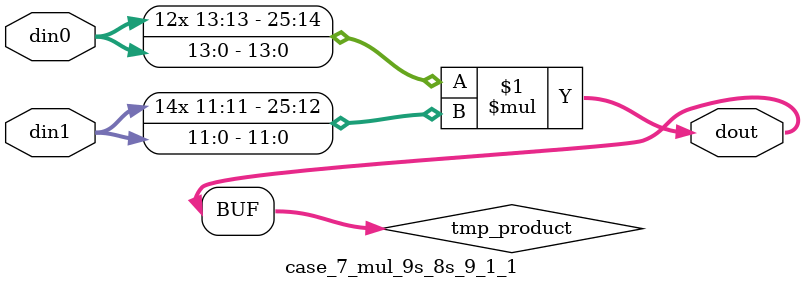
<source format=v>

`timescale 1 ns / 1 ps

 module case_7_mul_9s_8s_9_1_1(din0, din1, dout);
parameter ID = 1;
parameter NUM_STAGE = 0;
parameter din0_WIDTH = 14;
parameter din1_WIDTH = 12;
parameter dout_WIDTH = 26;

input [din0_WIDTH - 1 : 0] din0; 
input [din1_WIDTH - 1 : 0] din1; 
output [dout_WIDTH - 1 : 0] dout;

wire signed [dout_WIDTH - 1 : 0] tmp_product;



























assign tmp_product = $signed(din0) * $signed(din1);








assign dout = tmp_product;





















endmodule

</source>
